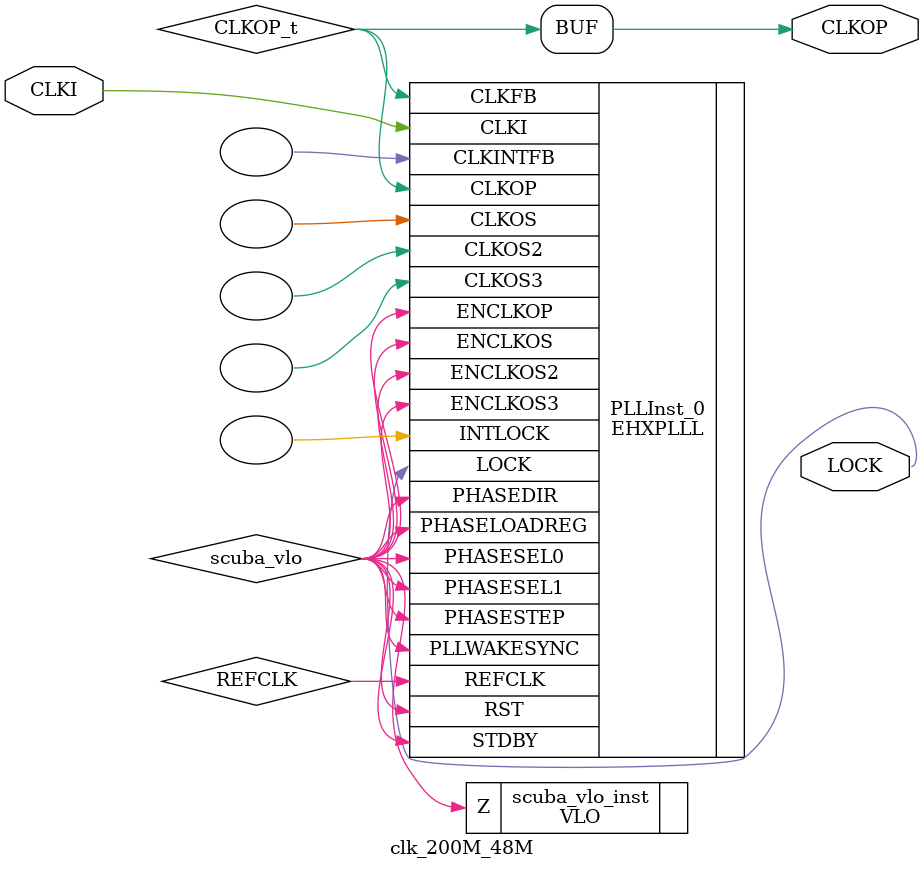
<source format=v>
/* Verilog netlist generated by SCUBA Diamond (64-bit) 3.7.0.96.1 */
/* Module Version: 5.7 */
/* /mt/lattice/diamond/3.7_x64/ispfpga/bin/lin64/scuba -w -n clk_200M_48M -lang verilog -synth synplify -bus_exp 7 -bb -arch sa5p00 -type pll -fin 200.00 -fclkop 48.00 -fclkop_tol 0.0 -phase_cntl STATIC -fb_mode 1 -fdc /home/guest/src/fpga/usbserial-core/TinyFPGA-Bootloader/boards/ulx3s/clock/clk_200M_48M/clk_200M_48M.fdc  */
/* Wed Jul 11 00:10:22 2018 */


`timescale 1 ns / 1 ps
module clk_200M_48M (CLKI, CLKOP, LOCK)/* synthesis NGD_DRC_MASK=1 */;
    input wire CLKI;
    output wire CLKOP;
    output wire LOCK;

    wire REFCLK;
    wire CLKOP_t;
    wire scuba_vhi;
    wire scuba_vlo;

    VHI scuba_vhi_inst (.Z(scuba_vhi));

    VLO scuba_vlo_inst (.Z(scuba_vlo));

    defparam PLLInst_0.PLLRST_ENA = "DISABLED" ;
    defparam PLLInst_0.INTFB_WAKE = "DISABLED" ;
    defparam PLLInst_0.STDBY_ENABLE = "DISABLED" ;
    defparam PLLInst_0.DPHASE_SOURCE = "DISABLED" ;
    defparam PLLInst_0.CLKOS3_FPHASE = 0 ;
    defparam PLLInst_0.CLKOS3_CPHASE = 0 ;
    defparam PLLInst_0.CLKOS2_FPHASE = 0 ;
    defparam PLLInst_0.CLKOS2_CPHASE = 0 ;
    defparam PLLInst_0.CLKOS_FPHASE = 0 ;
    defparam PLLInst_0.CLKOS_CPHASE = 0 ;
    defparam PLLInst_0.CLKOP_FPHASE = 0 ;
    defparam PLLInst_0.CLKOP_CPHASE = 11 ;
    defparam PLLInst_0.PLL_LOCK_MODE = 0 ;
    defparam PLLInst_0.CLKOS_TRIM_DELAY = 0 ;
    defparam PLLInst_0.CLKOS_TRIM_POL = "FALLING" ;
    defparam PLLInst_0.CLKOP_TRIM_DELAY = 0 ;
    defparam PLLInst_0.CLKOP_TRIM_POL = "FALLING" ;
    defparam PLLInst_0.OUTDIVIDER_MUXD = "DIVD" ;
    defparam PLLInst_0.CLKOS3_ENABLE = "DISABLED" ;
    defparam PLLInst_0.OUTDIVIDER_MUXC = "DIVC" ;
    defparam PLLInst_0.CLKOS2_ENABLE = "DISABLED" ;
    defparam PLLInst_0.OUTDIVIDER_MUXB = "DIVB" ;
    defparam PLLInst_0.CLKOS_ENABLE = "DISABLED" ;
    defparam PLLInst_0.OUTDIVIDER_MUXA = "DIVA" ;
    defparam PLLInst_0.CLKOP_ENABLE = "ENABLED" ;
    defparam PLLInst_0.CLKOS3_DIV = 1 ;
    defparam PLLInst_0.CLKOS2_DIV = 1 ;
    defparam PLLInst_0.CLKOS_DIV = 1 ;
    defparam PLLInst_0.CLKOP_DIV = 12 ;
    defparam PLLInst_0.CLKFB_DIV = 6 ;
    defparam PLLInst_0.CLKI_DIV = 25 ;
    defparam PLLInst_0.FEEDBK_PATH = "CLKOP" ;
    EHXPLLL PLLInst_0 (.CLKI(CLKI), .CLKFB(CLKOP_t), .PHASESEL1(scuba_vlo), 
        .PHASESEL0(scuba_vlo), .PHASEDIR(scuba_vlo), .PHASESTEP(scuba_vlo), 
        .PHASELOADREG(scuba_vlo), .STDBY(scuba_vlo), .PLLWAKESYNC(scuba_vlo), 
        .RST(scuba_vlo), .ENCLKOP(scuba_vlo), .ENCLKOS(scuba_vlo), .ENCLKOS2(scuba_vlo), 
        .ENCLKOS3(scuba_vlo), .CLKOP(CLKOP_t), .CLKOS(), .CLKOS2(), .CLKOS3(), 
        .LOCK(LOCK), .INTLOCK(), .REFCLK(REFCLK), .CLKINTFB())
             /* synthesis FREQUENCY_PIN_CLKOP="48.000000" */
             /* synthesis FREQUENCY_PIN_CLKI="200.000000" */
             /* synthesis ICP_CURRENT="5" */
             /* synthesis LPF_RESISTOR="16" */;

    assign CLKOP = CLKOP_t;


    // exemplar begin
    // exemplar attribute PLLInst_0 FREQUENCY_PIN_CLKOP 48.000000
    // exemplar attribute PLLInst_0 FREQUENCY_PIN_CLKI 200.000000
    // exemplar attribute PLLInst_0 ICP_CURRENT 5
    // exemplar attribute PLLInst_0 LPF_RESISTOR 16
    // exemplar end

endmodule

</source>
